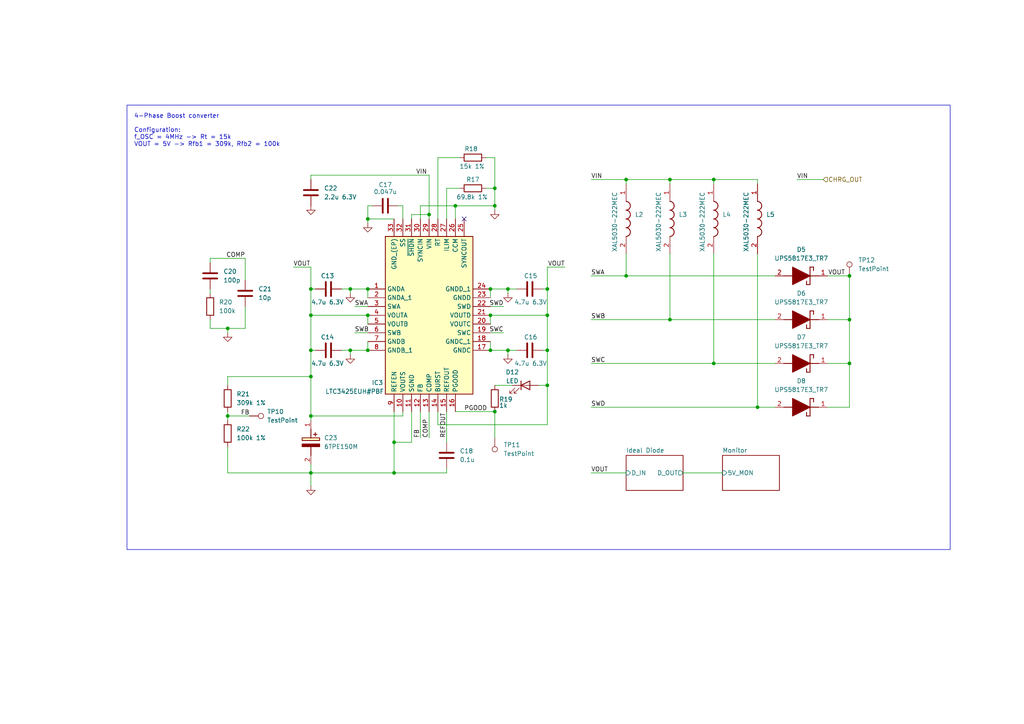
<source format=kicad_sch>
(kicad_sch (version 20250114) (generator "eeschema") (generator_version "9.0")
  (paper "A4")
  (lib_symbols
    (symbol "6TPE150M:6TPE150M" (pin_names (hide yes))
      (property "Reference" "C" (at 8.89 6.35 0))
      (property "Value" "6TPE150M" (at 8.89 3.81 0))
      (symbol "6TPE150M_1_1"
        (polyline (pts (xy 2.54 0) (xy 5.08 0)) (stroke (width 0.254)))
        (polyline (pts (xy 4.064 1.778) (xy 4.064 0.762)) (stroke (width 0.254)))
        (polyline (pts (xy 4.572 1.27) (xy 3.556 1.27)) (stroke (width 0.254)))
        (rectangle (start 5.08 2.54) (end 5.842 -2.54) (stroke (width 0.254)) (fill (type background)))
        (polyline (pts (xy 7.62 2.54) (xy 7.62 -2.54) (xy 6.858 -2.54) (xy 6.858 2.54) (xy 7.62 2.54)) (stroke (width 0.254)) (fill (type outline)))
        (polyline (pts (xy 7.62 0) (xy 10.16 0)) (stroke (width 0.254)))
        (pin passive line (at 0 0 0) (length 2.54) (name "+") (number "1"))
        (pin passive line (at 12.7 0 180) (length 2.54) (name "-") (number "2"))
      )
    )
    (symbol "Connector:TestPoint" (pin_numbers (hide yes)) (pin_names (offset 0.762) (hide yes))
      (property "Reference" "TP" (at 0 6.858 0))
      (property "Value" "TestPoint" (at 0 5.08 0))
      (symbol "TestPoint_0_1"
        (circle (center 0 3.302) (radius 0.762))
      )
      (symbol "TestPoint_1_1"
        (pin passive line (at 0 0 90) (length 2.54) (name "1") (number "1"))
      )
    )
    (symbol "Device:C" (pin_numbers (hide yes)) (pin_names (offset 0.254))
      (property "Reference" "C" (at 0.635 2.54 0))
      (property "Value" "C" (at 0.635 -2.54 0))
      (symbol "C_0_1"
        (polyline (pts (xy -2.032 0.762) (xy 2.032 0.762)) (stroke (width 0.508)))
        (polyline (pts (xy -2.032 -0.762) (xy 2.032 -0.762)) (stroke (width 0.508)))
      )
      (symbol "C_1_1"
        (pin passive line (at 0 3.81 270) (length 2.794) (name "~") (number "1"))
        (pin passive line (at 0 -3.81 90) (length 2.794) (name "~") (number "2"))
      )
    )
    (symbol "Device:LED" (pin_numbers (hide yes)) (pin_names (offset 1.016) (hide yes))
      (property "Reference" "D" (at 0 2.54 0))
      (property "Value" "LED" (at 0 -2.54 0))
      (symbol "LED_0_1"
        (polyline (pts (xy -3.048 -0.762) (xy -4.572 -2.286) (xy -3.81 -2.286) (xy -4.572 -2.286) (xy -4.572 -1.524)))
        (polyline (pts (xy -1.778 -0.762) (xy -3.302 -2.286) (xy -2.54 -2.286) (xy -3.302 -2.286) (xy -3.302 -1.524)))
        (polyline (pts (xy -1.27 0) (xy 1.27 0)))
        (polyline (pts (xy -1.27 -1.27) (xy -1.27 1.27)) (stroke (width 0.254)))
        (polyline (pts (xy 1.27 -1.27) (xy 1.27 1.27) (xy -1.27 0) (xy 1.27 -1.27)) (stroke (width 0.254)))
      )
      (symbol "LED_1_1"
        (pin passive line (at -3.81 0 0) (length 2.54) (name "K") (number "1"))
        (pin passive line (at 3.81 0 180) (length 2.54) (name "A") (number "2"))
      )
    )
    (symbol "Device:R" (pin_numbers (hide yes)) (pin_names (offset 0))
      (property "Reference" "R" (at 2.032 0 90))
      (property "Value" "R" (at 0 0 90))
      (symbol "R_0_1"
        (rectangle (start -1.016 -2.54) (end 1.016 2.54) (stroke (width 0.254)))
      )
      (symbol "R_1_1"
        (pin passive line (at 0 3.81 270) (length 1.27) (name "~") (number "1"))
        (pin passive line (at 0 -3.81 90) (length 1.27) (name "~") (number "2"))
      )
    )
    (symbol "LTC3425EUH#PBF:LTC3425EUH#PBF"
      (property "Reference" "IC" (at 31.75 20.32 0))
      (property "Value" "LTC3425EUH#PBF" (at 31.75 17.78 0))
      (symbol "LTC3425EUH#PBF_1_1"
        (rectangle (start 5.08 15.24) (end 30.48 -30.48) (stroke (width 0.254)) (fill (type background)))
        (pin power_in line (at 0 0 0) (length 5.08) (name "GNDA") (number "1"))
        (pin power_in line (at 0 -2.54 0) (length 5.08) (name "GNDA_1") (number "2"))
        (pin passive line (at 0 -5.08 0) (length 5.08) (name "SWA") (number "3"))
        (pin output line (at 0 -7.62 0) (length 5.08) (name "VOUTA") (number "4"))
        (pin output line (at 0 -10.16 0) (length 5.08) (name "VOUTB") (number "5"))
        (pin passive line (at 0 -12.7 0) (length 5.08) (name "SWB") (number "6"))
        (pin power_in line (at 0 -15.24 0) (length 5.08) (name "GNDB") (number "7"))
        (pin power_in line (at 0 -17.78 0) (length 5.08) (name "GNDB_1") (number "8"))
        (pin power_in line (at 7.62 20.32 270) (length 5.08) (name "GND_(EP)") (number "33"))
        (pin input line (at 7.62 -35.56 90) (length 5.08) (name "REFEN") (number "9"))
        (pin passive line (at 10.16 20.32 270) (length 5.08) (name "SS") (number "32"))
        (pin output line (at 10.16 -35.56 90) (length 5.08) (name "VOUTS") (number "10"))
        (pin passive line (at 12.7 20.32 270) (length 5.08) (name "~{SHDN}") (number "31"))
        (pin power_in line (at 12.7 -35.56 90) (length 5.08) (name "SGND") (number "11"))
        (pin input line (at 15.24 20.32 270) (length 5.08) (name "SYNCIN") (number "30"))
        (pin passive line (at 15.24 -35.56 90) (length 5.08) (name "FB") (number "12"))
        (pin input line (at 17.78 20.32 270) (length 5.08) (name "VIN") (number "29"))
        (pin output line (at 17.78 -35.56 90) (length 5.08) (name "COMP") (number "13"))
        (pin passive line (at 20.32 20.32 270) (length 5.08) (name "RT") (number "28"))
        (pin input line (at 20.32 -35.56 90) (length 5.08) (name "BURST") (number "14"))
        (pin passive line (at 22.86 20.32 270) (length 5.08) (name "ILIM") (number "27"))
        (pin output line (at 22.86 -35.56 90) (length 5.08) (name "REFOUT") (number "15"))
        (pin passive line (at 25.4 20.32 270) (length 5.08) (name "CCM") (number "26"))
        (pin output line (at 25.4 -35.56 90) (length 5.08) (name "PGOOD") (number "16"))
        (pin output line (at 27.94 20.32 270) (length 5.08) (name "SYNCOUT") (number "25"))
        (pin power_in line (at 35.56 0 180) (length 5.08) (name "GNDD_1") (number "24"))
        (pin power_in line (at 35.56 -2.54 180) (length 5.08) (name "GNDD") (number "23"))
        (pin passive line (at 35.56 -5.08 180) (length 5.08) (name "SWD") (number "22"))
        (pin output line (at 35.56 -7.62 180) (length 5.08) (name "VOUTD") (number "21"))
        (pin output line (at 35.56 -10.16 180) (length 5.08) (name "VOUTC") (number "20"))
        (pin passive line (at 35.56 -12.7 180) (length 5.08) (name "SWC") (number "19"))
        (pin power_in line (at 35.56 -15.24 180) (length 5.08) (name "GNDC_1") (number "18"))
        (pin power_in line (at 35.56 -17.78 180) (length 5.08) (name "GNDC") (number "17"))
      )
    )
    (symbol "UPS5817E3_TR7:UPS5817E3_TR7" (pin_names (hide yes))
      (property "Reference" "D" (at 12.7 8.89 0))
      (property "Value" "UPS5817E3_TR7" (at 12.7 6.35 0))
      (symbol "UPS5817E3_TR7_1_1"
        (polyline (pts (xy 5.08 0) (xy 7.62 0)) (stroke (width 0.254)))
        (polyline (pts (xy 6.604 -1.524) (xy 6.604 -2.54)) (stroke (width 0.254)))
        (polyline (pts (xy 7.62 2.54) (xy 7.62 -2.54)) (stroke (width 0.254)))
        (polyline (pts (xy 7.62 2.54) (xy 8.636 2.54)) (stroke (width 0.254)))
        (polyline (pts (xy 7.62 0) (xy 12.7 2.54) (xy 12.7 -2.54) (xy 7.62 0)) (stroke (width 0.254)) (fill (type outline)))
        (polyline (pts (xy 7.62 -2.54) (xy 6.604 -2.54)) (stroke (width 0.254)))
        (polyline (pts (xy 8.636 1.524) (xy 8.636 2.54)) (stroke (width 0.254)))
        (polyline (pts (xy 12.7 0) (xy 15.24 0)) (stroke (width 0.254)))
        (pin passive line (at 2.54 0 0) (length 2.54) (name "K") (number "1"))
        (pin passive line (at 17.78 0 180) (length 2.54) (name "A") (number "2"))
      )
    )
    (symbol "XAL5030-222MEC:XAL5030-222MEC" (pin_names (hide yes))
      (property "Reference" "L" (at 16.51 6.35 0))
      (property "Value" "XAL5030-222MEC" (at 16.51 3.81 0))
      (symbol "XAL5030-222MEC_1_1"
        (arc (start 5.08 0) (mid 6.35 1.219) (end 7.62 0) (stroke (width 0.254)))
        (arc (start 7.62 0) (mid 8.89 1.219) (end 10.16 0) (stroke (width 0.254)))
        (arc (start 10.16 0) (mid 11.43 1.219) (end 12.7 0) (stroke (width 0.254)))
        (arc (start 12.7 0) (mid 13.97 1.219) (end 15.24 0) (stroke (width 0.254)))
        (pin passive line (at 0 0 0) (length 5.08) (name "1") (number "1"))
        (pin passive line (at 20.32 0 180) (length 5.08) (name "2") (number "2"))
      )
    )
    (symbol "power:GND" (power) (pin_numbers (hide yes)) (pin_names (offset 0) (hide yes))
      (property "Value" "GND" (at 0 -3.81 0))
      (symbol "GND_0_1"
        (polyline (pts (xy 0 0) (xy 0 -1.27) (xy 1.27 -1.27) (xy 0 -2.54) (xy -1.27 -1.27) (xy 0 -1.27)))
      )
      (symbol "GND_1_1"
        (pin power_in line (at 0 0 270) (length 0) (name "~") (number "1"))
      )
    )
  )
  (rectangle (start 36.83 30.48) (end 275.59 159.385))
  (text "4-Phase Boost converter\n\nConfiguration:\nf_OSC = 4MHz -> Rt = 15k\nVOUT = 5V -> Rfb1 = 309k, Rfb2 = 100k" (at 38.862 37.846 0) (effects (font (size 1.27 1.27)) (justify left)))
  (junction (at 246.38 105.41))
  (junction (at 142.24 101.6))
  (junction (at 114.3 128.27))
  (junction (at 207.01 52.07))
  (junction (at 194.31 52.07))
  (junction (at 142.24 83.82))
  (junction (at 101.6 101.6))
  (junction (at 90.17 120.65))
  (junction (at 106.68 101.6))
  (junction (at 90.17 83.82))
  (junction (at 101.6 83.82))
  (junction (at 219.71 118.11))
  (junction (at 90.17 91.44))
  (junction (at 158.75 91.44))
  (junction (at 66.04 120.65))
  (junction (at 143.51 59.69))
  (junction (at 246.38 80.01))
  (junction (at 147.32 83.82))
  (junction (at 142.24 91.44))
  (junction (at 66.04 95.25))
  (junction (at 181.61 52.07))
  (junction (at 106.68 83.82))
  (junction (at 143.51 119.38))
  (junction (at 181.61 80.01))
  (junction (at 132.08 59.69))
  (junction (at 124.46 62.23))
  (junction (at 143.51 54.61))
  (junction (at 246.38 92.71))
  (junction (at 207.01 105.41))
  (junction (at 158.75 83.82))
  (junction (at 194.31 92.71))
  (junction (at 158.75 101.6))
  (junction (at 114.3 137.16))
  (junction (at 90.17 101.6))
  (junction (at 90.17 109.22))
  (junction (at 106.68 91.44))
  (junction (at 106.68 63.5))
  (junction (at 147.32 101.6))
  (junction (at 90.17 137.16))
  (junction (at 158.75 111.76))
  (no_connect (at 134.62 63.5))
  (wire (pts (xy 129.54 119.38) (xy 129.54 128.27)))
  (wire (pts (xy 66.04 120.65) (xy 66.04 121.92)))
  (wire (pts (xy 158.75 101.6) (xy 158.75 111.76)))
  (wire (pts (xy 158.75 91.44) (xy 142.24 91.44)))
  (wire (pts (xy 90.17 50.8) (xy 90.17 52.07)))
  (wire (pts (xy 102.87 96.52) (xy 106.68 96.52)))
  (wire (pts (xy 147.32 101.6) (xy 149.86 101.6)))
  (wire (pts (xy 129.54 63.5) (xy 129.54 54.61)))
  (wire (pts (xy 132.08 119.38) (xy 143.51 119.38)))
  (wire (pts (xy 119.38 63.5) (xy 119.38 62.23)))
  (wire (pts (xy 66.04 109.22) (xy 90.17 109.22)))
  (wire (pts (xy 198.12 137.16) (xy 209.55 137.16)))
  (wire (pts (xy 66.04 95.25) (xy 66.04 96.52)))
  (wire (pts (xy 99.06 101.6) (xy 101.6 101.6)))
  (wire (pts (xy 163.83 77.47) (xy 158.75 77.47)))
  (wire (pts (xy 106.68 83.82) (xy 106.68 86.36)))
  (wire (pts (xy 147.32 83.82) (xy 149.86 83.82)))
  (wire (pts (xy 194.31 73.66) (xy 194.31 92.71)))
  (wire (pts (xy 124.46 62.23) (xy 124.46 63.5)))
  (wire (pts (xy 181.61 80.01) (xy 224.79 80.01)))
  (wire (pts (xy 121.92 127) (xy 121.92 119.38)))
  (wire (pts (xy 146.05 96.52) (xy 142.24 96.52)))
  (wire (pts (xy 207.01 52.07) (xy 207.01 53.34)))
  (wire (pts (xy 101.6 101.6) (xy 101.6 102.87)))
  (wire (pts (xy 156.21 111.76) (xy 158.75 111.76)))
  (wire (pts (xy 127 123.19) (xy 158.75 123.19)))
  (wire (pts (xy 158.75 101.6) (xy 158.75 91.44)))
  (wire (pts (xy 171.45 80.01) (xy 181.61 80.01)))
  (wire (pts (xy 90.17 91.44) (xy 106.68 91.44)))
  (wire (pts (xy 171.45 92.71) (xy 194.31 92.71)))
  (wire (pts (xy 119.38 128.27) (xy 114.3 128.27)))
  (wire (pts (xy 121.92 59.69) (xy 132.08 59.69)))
  (wire (pts (xy 101.6 83.82) (xy 106.68 83.82)))
  (wire (pts (xy 127 119.38) (xy 127 123.19)))
  (wire (pts (xy 142.24 83.82) (xy 142.24 86.36)))
  (wire (pts (xy 116.84 120.65) (xy 116.84 119.38)))
  (wire (pts (xy 90.17 83.82) (xy 90.17 91.44)))
  (wire (pts (xy 171.45 137.16) (xy 181.61 137.16)))
  (wire (pts (xy 129.54 54.61) (xy 133.35 54.61)))
  (wire (pts (xy 116.84 63.5) (xy 116.84 59.69)))
  (wire (pts (xy 90.17 120.65) (xy 116.84 120.65)))
  (wire (pts (xy 71.12 74.93) (xy 60.96 74.93)))
  (wire (pts (xy 181.61 52.07) (xy 194.31 52.07)))
  (wire (pts (xy 90.17 83.82) (xy 91.44 83.82)))
  (wire (pts (xy 90.17 101.6) (xy 90.17 91.44)))
  (wire (pts (xy 219.71 52.07) (xy 219.71 53.34)))
  (wire (pts (xy 114.3 128.27) (xy 114.3 137.16)))
  (wire (pts (xy 147.32 101.6) (xy 147.32 102.87)))
  (wire (pts (xy 140.97 45.72) (xy 143.51 45.72)))
  (wire (pts (xy 143.51 45.72) (xy 143.51 54.61)))
  (wire (pts (xy 90.17 77.47) (xy 90.17 83.82)))
  (wire (pts (xy 231.14 52.07) (xy 238.76 52.07)))
  (wire (pts (xy 71.12 81.28) (xy 71.12 74.93)))
  (wire (pts (xy 114.3 137.16) (xy 129.54 137.16)))
  (wire (pts (xy 240.03 118.11) (xy 246.38 118.11)))
  (wire (pts (xy 106.68 99.06) (xy 106.68 101.6)))
  (wire (pts (xy 90.17 109.22) (xy 90.17 101.6)))
  (wire (pts (xy 207.01 52.07) (xy 219.71 52.07)))
  (wire (pts (xy 106.68 91.44) (xy 106.68 93.98)))
  (wire (pts (xy 106.68 59.69) (xy 106.68 63.5)))
  (wire (pts (xy 246.38 92.71) (xy 246.38 105.41)))
  (wire (pts (xy 158.75 77.47) (xy 158.75 83.82)))
  (wire (pts (xy 181.61 52.07) (xy 181.61 53.34)))
  (wire (pts (xy 219.71 118.11) (xy 224.79 118.11)))
  (wire (pts (xy 127 63.5) (xy 127 45.72)))
  (wire (pts (xy 90.17 140.97) (xy 90.17 137.16)))
  (wire (pts (xy 121.92 63.5) (xy 121.92 59.69)))
  (wire (pts (xy 143.51 60.96) (xy 143.51 59.69)))
  (wire (pts (xy 116.84 59.69) (xy 115.57 59.69)))
  (wire (pts (xy 207.01 105.41) (xy 224.79 105.41)))
  (wire (pts (xy 85.09 77.47) (xy 90.17 77.47)))
  (wire (pts (xy 114.3 63.5) (xy 106.68 63.5)))
  (wire (pts (xy 171.45 105.41) (xy 207.01 105.41)))
  (wire (pts (xy 99.06 83.82) (xy 101.6 83.82)))
  (wire (pts (xy 72.39 120.65) (xy 66.04 120.65)))
  (wire (pts (xy 181.61 73.66) (xy 181.61 80.01)))
  (wire (pts (xy 90.17 120.65) (xy 90.17 109.22)))
  (wire (pts (xy 60.96 74.93) (xy 60.96 76.2)))
  (wire (pts (xy 219.71 73.66) (xy 219.71 118.11)))
  (wire (pts (xy 119.38 62.23) (xy 124.46 62.23)))
  (wire (pts (xy 194.31 52.07) (xy 207.01 52.07)))
  (wire (pts (xy 142.24 91.44) (xy 142.24 93.98)))
  (wire (pts (xy 158.75 111.76) (xy 158.75 123.19)))
  (wire (pts (xy 171.45 52.07) (xy 181.61 52.07)))
  (wire (pts (xy 90.17 137.16) (xy 90.17 134.62)))
  (wire (pts (xy 140.97 54.61) (xy 143.51 54.61)))
  (wire (pts (xy 207.01 73.66) (xy 207.01 105.41)))
  (wire (pts (xy 246.38 80.01) (xy 246.38 92.71)))
  (wire (pts (xy 60.96 92.71) (xy 60.96 95.25)))
  (wire (pts (xy 101.6 101.6) (xy 106.68 101.6)))
  (wire (pts (xy 66.04 137.16) (xy 90.17 137.16)))
  (wire (pts (xy 240.03 92.71) (xy 246.38 92.71)))
  (wire (pts (xy 147.32 83.82) (xy 147.32 85.09)))
  (wire (pts (xy 194.31 92.71) (xy 224.79 92.71)))
  (wire (pts (xy 142.24 99.06) (xy 142.24 101.6)))
  (wire (pts (xy 101.6 83.82) (xy 101.6 85.09)))
  (wire (pts (xy 124.46 127) (xy 124.46 119.38)))
  (wire (pts (xy 157.48 83.82) (xy 158.75 83.82)))
  (wire (pts (xy 132.08 63.5) (xy 132.08 59.69)))
  (wire (pts (xy 90.17 120.65) (xy 90.17 121.92)))
  (wire (pts (xy 124.46 50.8) (xy 124.46 62.23)))
  (wire (pts (xy 143.51 111.76) (xy 148.59 111.76)))
  (wire (pts (xy 106.68 59.69) (xy 107.95 59.69)))
  (wire (pts (xy 66.04 119.38) (xy 66.04 120.65)))
  (wire (pts (xy 240.03 80.01) (xy 246.38 80.01)))
  (wire (pts (xy 106.68 63.5) (xy 106.68 64.77)))
  (wire (pts (xy 71.12 95.25) (xy 71.12 88.9)))
  (wire (pts (xy 158.75 83.82) (xy 158.75 91.44)))
  (wire (pts (xy 114.3 119.38) (xy 114.3 128.27)))
  (wire (pts (xy 124.46 50.8) (xy 90.17 50.8)))
  (wire (pts (xy 91.44 101.6) (xy 90.17 101.6)))
  (wire (pts (xy 66.04 109.22) (xy 66.04 111.76)))
  (wire (pts (xy 171.45 118.11) (xy 219.71 118.11)))
  (wire (pts (xy 60.96 83.82) (xy 60.96 85.09)))
  (wire (pts (xy 146.05 88.9) (xy 142.24 88.9)))
  (wire (pts (xy 60.96 95.25) (xy 66.04 95.25)))
  (wire (pts (xy 246.38 105.41) (xy 246.38 118.11)))
  (wire (pts (xy 143.51 54.61) (xy 143.51 59.69)))
  (wire (pts (xy 147.32 101.6) (xy 142.24 101.6)))
  (wire (pts (xy 114.3 137.16) (xy 90.17 137.16)))
  (wire (pts (xy 132.08 59.69) (xy 143.51 59.69)))
  (wire (pts (xy 119.38 119.38) (xy 119.38 128.27)))
  (wire (pts (xy 147.32 83.82) (xy 142.24 83.82)))
  (wire (pts (xy 143.51 119.38) (xy 143.51 127)))
  (wire (pts (xy 66.04 129.54) (xy 66.04 137.16)))
  (wire (pts (xy 102.87 88.9) (xy 106.68 88.9)))
  (wire (pts (xy 240.03 105.41) (xy 246.38 105.41)))
  (wire (pts (xy 157.48 101.6) (xy 158.75 101.6)))
  (wire (pts (xy 66.04 95.25) (xy 71.12 95.25)))
  (wire (pts (xy 127 45.72) (xy 133.35 45.72)))
  (wire (pts (xy 129.54 137.16) (xy 129.54 135.89)))
  (wire (pts (xy 194.31 52.07) (xy 194.31 53.34)))
  (label "SWD" (at 171.45 118.11 0))
  (label "VOUT" (at 85.09 77.47 0))
  (label "SWC" (at 171.45 105.41 0))
  (label "VIN" (at 171.45 52.07 0))
  (label "SWD" (at 146.05 88.9 180))
  (label "VOUT" (at 163.83 77.47 180))
  (label "SWB" (at 102.87 96.52 0))
  (label "COMP" (at 71.12 74.93 180))
  (label "VIN" (at 120.65 50.8 0))
  (label "VOUT" (at 245.11 80.01 180))
  (label "VIN" (at 231.14 52.07 0))
  (label "SWA" (at 171.45 80.01 0))
  (label "VOUT" (at 171.45 137.16 0))
  (label "REFOUT" (at 129.54 127 90))
  (label "FB" (at 121.92 127 90))
  (label "COMP" (at 124.46 127 90))
  (label "SWA" (at 102.87 88.9 0))
  (label "FB" (at 72.39 120.65 180))
  (label "SWB" (at 171.45 92.71 0))
  (label "SWC" (at 146.05 96.52 180))
  (label "PGOOD" (at 134.62 119.38 0))
  (hierarchical_label "CHRG_OUT" (shape input) (at 238.76 52.07 0))
  (symbol (lib_id "Device:R") (at 143.51 115.57 180) (unit 1)
    (property "Reference" "R19" (at 144.78 115.8241 0) (effects (justify right)))
    (property "Value" "1k" (at 144.78 117.602 0) (effects (justify right)))
    (property "Footprint" "Resistor_SMD:R_0603_1608Metric" (effects (hide yes)))
    (property "Description" "Resistor" (effects (hide yes)))
  )
  (symbol (lib_id "Device:R") (at 137.16 54.61 90) (unit 1)
    (property "Reference" "R17" (at 137.16 52.07 90))
    (property "Value" "69.8k 1%" (at 136.906 57.15 90))
    (property "Footprint" "Resistor_SMD:R_0402_1005Metric" (effects (hide yes)))
    (property "Description" "Resistor" (effects (hide yes)))
  )
  (symbol (lib_id "Connector:TestPoint") (at 246.38 80.01 0) (unit 1)
    (property "Reference" "TP12" (at 248.92 75.4379 0) (effects (justify left)))
    (property "Value" "TestPoint" (at 248.92 77.9779 0) (effects (justify left)))
    (property "Footprint" "TestPoint:TestPoint_THTPad_D1.5mm_Drill0.7mm" (effects (hide yes)))
    (property "Description" "test point" (effects (hide yes)))
  )
  (symbol (lib_id "XAL5030-222MEC:XAL5030-222MEC") (at 194.31 53.34 270) (unit 1)
    (property "Reference" "L3" (at 196.85 62.2299 90) (effects (justify left)))
    (property "Value" "XAL5030-222MEC" (at 191.008 55.626 0) (effects (justify left)))
    (property "Footprint" "XAL5030-222MEC:XAL5030222MEC" (effects (hide yes)))
    (property "Datasheet" "https://www.coilcraft.com/getmedia/49bc46c8-4b2c-45b9-9b6c-2eaa235ea698/xal50xx.pdf" (effects (hide yes)))
    (property "Description" "INDUCTOR, 2.2UH, 9.2A, 20%, PWR, 38MHZ" (effects (hide yes)))
    (property "Height" "3.1" (effects (hide yes)))
    (property "Mouser Part Number" "994-XAL5030-222MEC" (effects (hide yes)))
    (property "Mouser Price/Stock" "https://www.mouser.co.uk/ProductDetail/Coilcraft/XAL5030-222MEC?qs=zCSbvcPd3pamMZlPWCpd5A%3D%3D" (effects (hide yes)))
    (property "Manufacturer_Name" "COILCRAFT" (effects (hide yes)))
    (property "Manufacturer_Part_Number" "XAL5030-222MEC" (effects (hide yes)))
  )
  (symbol (lib_id "Connector:TestPoint") (at 143.51 127 180) (unit 1)
    (property "Reference" "TP11" (at 146.05 129.0319 0) (effects (justify right)))
    (property "Value" "TestPoint" (at 146.05 131.5719 0) (effects (justify right)))
    (property "Footprint" "TestPoint:TestPoint_THTPad_D1.5mm_Drill0.7mm" (effects (hide yes)))
    (property "Description" "test point" (effects (hide yes)))
  )
  (symbol (lib_id "power:GND") (at 90.17 140.97 0) (unit 1)
    (property "Reference" "#PWR038" (effects (hide yes)))
    (property "Value" "GND" (effects (hide yes)))
    (property "Description" "Power symbol creates a global label with name \"GND\" , ground" (effects (hide yes)))
  )
  (symbol (lib_id "Device:C") (at 95.25 101.6 90) (unit 1)
    (property "Reference" "C14" (at 94.996 97.79 90))
    (property "Value" "4.7u 6.3V" (at 94.996 105.41 90))
    (property "Footprint" "Capacitor_SMD:C_0805_2012Metric" (effects (hide yes)))
    (property "Description" "Unpolarized capacitor" (effects (hide yes)))
  )
  (symbol (lib_id "Device:C") (at 129.54 132.08 0) (unit 1)
    (property "Reference" "C18" (at 133.35 130.8099 0) (effects (justify left)))
    (property "Value" "0.1u" (at 133.35 133.3499 0) (effects (justify left)))
    (property "Footprint" "Capacitor_SMD:C_0402_1005Metric" (effects (hide yes)))
    (property "Description" "Unpolarized capacitor" (effects (hide yes)))
  )
  (symbol (lib_id "power:GND") (at 66.04 96.52 0) (unit 1)
    (property "Reference" "#PWR039" (effects (hide yes)))
    (property "Value" "GND" (effects (hide yes)))
    (property "Description" "Power symbol creates a global label with name \"GND\" , ground" (effects (hide yes)))
  )
  (symbol (lib_id "UPS5817E3_TR7:UPS5817E3_TR7") (at 242.57 80.01 180) (unit 1)
    (property "Reference" "D5" (at 232.41 72.39 0))
    (property "Value" "UPS5817E3_TR7" (at 232.41 74.93 0))
    (property "Footprint" "UPS5817E3_TR7:UPS5817E3TR7" (effects (hide yes)))
    (property "Datasheet" "https://www.arrow.com/en/products/ups5817e3tr7/microchip-technology?region=nac" (effects (hide yes)))
    (property "Description" "Diode Schottky 20 V 1A Surface Mount Powermite 1 (DO216-AA)" (effects (hide yes)))
    (property "Height" "1.14" (effects (hide yes)))
    (property "Mouser Part Number" "494-UPS5817E3/TR7" (effects (hide yes)))
    (property "Mouser Price/Stock" "https://www.mouser.co.uk/ProductDetail/Microchip-Technology/UPS5817E3-TR7?qs=6jAvgNDGUA%2F%2F%252BAAlvxLDyQ%3D%3D" (effects (hide yes)))
    (property "Manufacturer_Name" "Microchip" (effects (hide yes)))
    (property "Manufacturer_Part_Number" "UPS5817E3/TR7" (effects (hide yes)))
  )
  (symbol (lib_id "UPS5817E3_TR7:UPS5817E3_TR7") (at 242.57 92.71 180) (unit 1)
    (property "Reference" "D6" (at 232.41 85.09 0))
    (property "Value" "UPS5817E3_TR7" (at 232.41 87.63 0))
    (property "Footprint" "UPS5817E3_TR7:UPS5817E3TR7" (effects (hide yes)))
    (property "Datasheet" "https://www.arrow.com/en/products/ups5817e3tr7/microchip-technology?region=nac" (effects (hide yes)))
    (property "Description" "Diode Schottky 20 V 1A Surface Mount Powermite 1 (DO216-AA)" (effects (hide yes)))
    (property "Height" "1.14" (effects (hide yes)))
    (property "Mouser Part Number" "494-UPS5817E3/TR7" (effects (hide yes)))
    (property "Mouser Price/Stock" "https://www.mouser.co.uk/ProductDetail/Microchip-Technology/UPS5817E3-TR7?qs=6jAvgNDGUA%2F%2F%252BAAlvxLDyQ%3D%3D" (effects (hide yes)))
    (property "Manufacturer_Name" "Microchip" (effects (hide yes)))
    (property "Manufacturer_Part_Number" "UPS5817E3/TR7" (effects (hide yes)))
  )
  (symbol (lib_id "6TPE150M:6TPE150M") (at 90.17 121.92 270) (unit 1)
    (property "Reference" "C23" (at 93.98 126.9999 90) (effects (justify left)))
    (property "Value" "6TPE150M" (at 93.98 129.5399 90) (effects (justify left)))
    (property "Footprint" "6TPE150M:POSCAP_D12_D15_D15E_D2E_D2_D3L_D4" (effects (hide yes)))
    (property "Datasheet" "https://componentsearchengine.com/Datasheets/1/6TPE150M.pdf" (effects (hide yes)))
    (property "Description" "Panasonic 150uF SMD Solid Polymer Tantalum Capacitor, 6.3 V dc +/-20%, POSCAP Series" (effects (hide yes)))
    (property "Mouser Part Number" "667-6TPE150M" (effects (hide yes)))
    (property "Mouser Price/Stock" "https://www.mouser.com/Search/Refine.aspx?Keyword=667-6TPE150M" (effects (hide yes)))
    (property "Manufacturer_Name" "Panasonic" (effects (hide yes)))
    (property "Manufacturer_Part_Number" "6TPE150M" (effects (hide yes)))
  )
  (symbol (lib_id "Device:C") (at 111.76 59.69 90) (unit 1)
    (property "Reference" "C17" (at 111.76 53.594 90))
    (property "Value" "0.047u" (at 111.76 55.626 90))
    (property "Footprint" "Capacitor_SMD:C_0402_1005Metric" (effects (hide yes)))
    (property "Description" "Unpolarized capacitor" (effects (hide yes)))
  )
  (symbol (lib_id "power:GND") (at 106.68 64.77 0) (unit 1)
    (property "Reference" "#PWR035" (effects (hide yes)))
    (property "Value" "GND" (effects (hide yes)))
    (property "Description" "Power symbol creates a global label with name \"GND\" , ground" (effects (hide yes)))
  )
  (symbol (lib_id "power:GND") (at 101.6 85.09 0) (unit 1)
    (property "Reference" "#PWR030" (effects (hide yes)))
    (property "Value" "GND" (effects (hide yes)))
    (property "Description" "Power symbol creates a global label with name \"GND\" , ground" (effects (hide yes)))
  )
  (symbol (lib_id "power:GND") (at 143.51 60.96 0) (unit 1)
    (property "Reference" "#PWR028" (effects (hide yes)))
    (property "Value" "GND" (effects (hide yes)))
    (property "Description" "Power symbol creates a global label with name \"GND\" , ground" (effects (hide yes)))
  )
  (symbol (lib_id "XAL5030-222MEC:XAL5030-222MEC") (at 181.61 53.34 270) (unit 1)
    (property "Reference" "L2" (at 184.15 62.2299 90) (effects (justify left)))
    (property "Value" "XAL5030-222MEC" (at 178.308 55.626 0) (effects (justify left)))
    (property "Footprint" "XAL5030-222MEC:XAL5030222MEC" (effects (hide yes)))
    (property "Datasheet" "https://www.coilcraft.com/getmedia/49bc46c8-4b2c-45b9-9b6c-2eaa235ea698/xal50xx.pdf" (effects (hide yes)))
    (property "Description" "INDUCTOR, 2.2UH, 9.2A, 20%, PWR, 38MHZ" (effects (hide yes)))
    (property "Height" "3.1" (effects (hide yes)))
    (property "Mouser Part Number" "994-XAL5030-222MEC" (effects (hide yes)))
    (property "Mouser Price/Stock" "https://www.mouser.co.uk/ProductDetail/Coilcraft/XAL5030-222MEC?qs=zCSbvcPd3pamMZlPWCpd5A%3D%3D" (effects (hide yes)))
    (property "Manufacturer_Name" "COILCRAFT" (effects (hide yes)))
    (property "Manufacturer_Part_Number" "XAL5030-222MEC" (effects (hide yes)))
  )
  (symbol (lib_id "UPS5817E3_TR7:UPS5817E3_TR7") (at 242.57 118.11 180) (unit 1)
    (property "Reference" "D8" (at 232.41 110.49 0))
    (property "Value" "UPS5817E3_TR7" (at 232.41 113.03 0))
    (property "Footprint" "UPS5817E3_TR7:UPS5817E3TR7" (effects (hide yes)))
    (property "Datasheet" "https://www.arrow.com/en/products/ups5817e3tr7/microchip-technology?region=nac" (effects (hide yes)))
    (property "Description" "Diode Schottky 20 V 1A Surface Mount Powermite 1 (DO216-AA)" (effects (hide yes)))
    (property "Height" "1.14" (effects (hide yes)))
    (property "Mouser Part Number" "494-UPS5817E3/TR7" (effects (hide yes)))
    (property "Mouser Price/Stock" "https://www.mouser.co.uk/ProductDetail/Microchip-Technology/UPS5817E3-TR7?qs=6jAvgNDGUA%2F%2F%252BAAlvxLDyQ%3D%3D" (effects (hide yes)))
    (property "Manufacturer_Name" "Microchip" (effects (hide yes)))
    (property "Manufacturer_Part_Number" "UPS5817E3/TR7" (effects (hide yes)))
  )
  (symbol (lib_id "Device:R") (at 60.96 88.9 0) (unit 1)
    (property "Reference" "R20" (at 63.5 87.6299 0) (effects (justify left)))
    (property "Value" "100k" (at 63.5 90.1699 0) (effects (justify left)))
    (property "Footprint" "Resistor_SMD:R_0402_1005Metric" (effects (hide yes)))
    (property "Description" "Resistor" (effects (hide yes)))
  )
  (symbol (lib_id "Connector:TestPoint") (at 72.39 120.65 270) (unit 1)
    (property "Reference" "TP10" (at 77.47 119.3799 90) (effects (justify left)))
    (property "Value" "TestPoint" (at 77.47 121.9199 90) (effects (justify left)))
    (property "Footprint" "TestPoint:TestPoint_Pad_D1.0mm" (effects (hide yes)))
    (property "Description" "test point" (effects (hide yes)))
  )
  (symbol (lib_id "Device:C") (at 60.96 80.01 0) (unit 1)
    (property "Reference" "C20" (at 64.77 78.7399 0) (effects (justify left)))
    (property "Value" "100p" (at 64.77 81.2799 0) (effects (justify left)))
    (property "Footprint" "Capacitor_SMD:C_0402_1005Metric" (effects (hide yes)))
    (property "Description" "Unpolarized capacitor" (effects (hide yes)))
  )
  (symbol (lib_id "XAL5030-222MEC:XAL5030-222MEC") (at 219.71 53.34 270) (unit 1)
    (property "Reference" "L5" (at 222.25 62.2299 90) (effects (justify left)))
    (property "Value" "XAL5030-222MEC" (at 216.408 55.626 0) (effects (justify left)))
    (property "Footprint" "XAL5030-222MEC:XAL5030222MEC" (effects (hide yes)))
    (property "Datasheet" "https://www.coilcraft.com/getmedia/49bc46c8-4b2c-45b9-9b6c-2eaa235ea698/xal50xx.pdf" (effects (hide yes)))
    (property "Description" "INDUCTOR, 2.2UH, 9.2A, 20%, PWR, 38MHZ" (effects (hide yes)))
    (property "Height" "3.1" (effects (hide yes)))
    (property "Mouser Part Number" "994-XAL5030-222MEC" (effects (hide yes)))
    (property "Mouser Price/Stock" "https://www.mouser.co.uk/ProductDetail/Coilcraft/XAL5030-222MEC?qs=zCSbvcPd3pamMZlPWCpd5A%3D%3D" (effects (hide yes)))
    (property "Manufacturer_Name" "COILCRAFT" (effects (hide yes)))
    (property "Manufacturer_Part_Number" "XAL5030-222MEC" (effects (hide yes)))
  )
  (symbol (lib_id "Device:C") (at 90.17 55.88 0) (unit 1)
    (property "Reference" "C22" (at 93.98 54.6099 0) (effects (justify left)))
    (property "Value" "2.2u 6.3V" (at 93.98 57.1499 0) (effects (justify left)))
    (property "Footprint" "Capacitor_SMD:C_0603_1608Metric" (effects (hide yes)))
    (property "Description" "Unpolarized capacitor" (effects (hide yes)))
  )
  (symbol (lib_id "power:GND") (at 147.32 85.09 0) (mirror y) (unit 1)
    (property "Reference" "#PWR033" (effects (hide yes)))
    (property "Value" "GND" (effects (hide yes)))
    (property "Description" "Power symbol creates a global label with name \"GND\" , ground" (effects (hide yes)))
  )
  (symbol (lib_id "power:GND") (at 90.17 59.69 0) (unit 1)
    (property "Reference" "#PWR042" (effects (hide yes)))
    (property "Value" "GND" (effects (hide yes)))
    (property "Description" "Power symbol creates a global label with name \"GND\" , ground" (effects (hide yes)))
  )
  (symbol (lib_id "Device:C") (at 153.67 83.82 270) (mirror x) (unit 1)
    (property "Reference" "C15" (at 153.924 80.01 90))
    (property "Value" "4.7u 6.3V" (at 153.924 87.63 90))
    (property "Footprint" "Capacitor_SMD:C_0805_2012Metric" (effects (hide yes)))
    (property "Description" "Unpolarized capacitor" (effects (hide yes)))
  )
  (symbol (lib_id "LTC3425EUH#PBF:LTC3425EUH#PBF") (at 106.68 83.82 0) (unit 1)
    (property "Reference" "IC3" (at 109.474 110.998 0))
    (property "Value" "LTC3425EUH#PBF" (at 102.87 113.538 0))
    (property "Footprint" "LTC3425EUH#PBF:QFN50P500X500X80-33N-D" (effects (hide yes)))
    (property "Datasheet" "https://datasheet.datasheetarchive.com/originals/distributors/SFDatasheet-4/sf-00091855.pdf" (effects (hide yes)))
    (property "Description" "LTC3425 adj 5A sync SU dc-dc converter LTC3425EUH#PBF, Boost Converter, Step Up 3A Adjustable, 2.4  5.25 V, 2000 kHz, 32-Pin QFN EP" (effects (hide yes)))
    (property "Height" "0.8" (effects (hide yes)))
    (property "Mouser Part Number" "584-LTC3425EUH#PBF" (effects (hide yes)))
    (property "Mouser Price/Stock" "https://www.mouser.co.uk/ProductDetail/Analog-Devices-Linear-Technology/LTC3425EUHPBF?qs=hVkxg5c3xu9Pdj%252B87W%252BZ%2Fw%3D%3D" (effects (hide yes)))
    (property "Manufacturer_Name" "Analog Devices" (effects (hide yes)))
    (property "Manufacturer_Part_Number" "LTC3425EUH#PBF" (effects (hide yes)))
  )
  (symbol (lib_id "Device:C") (at 95.25 83.82 90) (unit 1)
    (property "Reference" "C13" (at 94.996 80.01 90))
    (property "Value" "4.7u 6.3V" (at 94.996 87.63 90))
    (property "Footprint" "Capacitor_SMD:C_0805_2012Metric" (effects (hide yes)))
    (property "Description" "Unpolarized capacitor" (effects (hide yes)))
  )
  (symbol (lib_id "XAL5030-222MEC:XAL5030-222MEC") (at 207.01 53.34 270) (unit 1)
    (property "Reference" "L4" (at 209.55 62.2299 90) (effects (justify left)))
    (property "Value" "XAL5030-222MEC" (at 203.708 55.626 0) (effects (justify left)))
    (property "Footprint" "XAL5030-222MEC:XAL5030222MEC" (effects (hide yes)))
    (property "Datasheet" "https://www.coilcraft.com/getmedia/49bc46c8-4b2c-45b9-9b6c-2eaa235ea698/xal50xx.pdf" (effects (hide yes)))
    (property "Description" "INDUCTOR, 2.2UH, 9.2A, 20%, PWR, 38MHZ" (effects (hide yes)))
    (property "Height" "3.1" (effects (hide yes)))
    (property "Mouser Part Number" "994-XAL5030-222MEC" (effects (hide yes)))
    (property "Mouser Price/Stock" "https://www.mouser.co.uk/ProductDetail/Coilcraft/XAL5030-222MEC?qs=zCSbvcPd3pamMZlPWCpd5A%3D%3D" (effects (hide yes)))
    (property "Manufacturer_Name" "COILCRAFT" (effects (hide yes)))
    (property "Manufacturer_Part_Number" "XAL5030-222MEC" (effects (hide yes)))
  )
  (symbol (lib_id "power:GND") (at 101.6 102.87 0) (unit 1)
    (property "Reference" "#PWR031" (effects (hide yes)))
    (property "Value" "GND" (effects (hide yes)))
    (property "Description" "Power symbol creates a global label with name \"GND\" , ground" (effects (hide yes)))
  )
  (symbol (lib_id "UPS5817E3_TR7:UPS5817E3_TR7") (at 242.57 105.41 180) (unit 1)
    (property "Reference" "D7" (at 232.41 97.79 0))
    (property "Value" "UPS5817E3_TR7" (at 232.41 100.33 0))
    (property "Footprint" "UPS5817E3_TR7:UPS5817E3TR7" (effects (hide yes)))
    (property "Datasheet" "https://www.arrow.com/en/products/ups5817e3tr7/microchip-technology?region=nac" (effects (hide yes)))
    (property "Description" "Diode Schottky 20 V 1A Surface Mount Powermite 1 (DO216-AA)" (effects (hide yes)))
    (property "Height" "1.14" (effects (hide yes)))
    (property "Mouser Part Number" "494-UPS5817E3/TR7" (effects (hide yes)))
    (property "Mouser Price/Stock" "https://www.mouser.co.uk/ProductDetail/Microchip-Technology/UPS5817E3-TR7?qs=6jAvgNDGUA%2F%2F%252BAAlvxLDyQ%3D%3D" (effects (hide yes)))
    (property "Manufacturer_Name" "Microchip" (effects (hide yes)))
    (property "Manufacturer_Part_Number" "UPS5817E3/TR7" (effects (hide yes)))
  )
  (symbol (lib_id "Device:R") (at 66.04 125.73 0) (unit 1)
    (property "Reference" "R22" (at 68.58 124.4599 0) (effects (justify left)))
    (property "Value" "100k 1%" (at 68.58 126.9999 0) (effects (justify left)))
    (property "Footprint" "Resistor_SMD:R_0402_1005Metric" (effects (hide yes)))
    (property "Description" "Resistor" (effects (hide yes)))
  )
  (symbol (lib_id "power:GND") (at 147.32 102.87 0) (mirror y) (unit 1)
    (property "Reference" "#PWR034" (effects (hide yes)))
    (property "Value" "GND" (effects (hide yes)))
    (property "Description" "Power symbol creates a global label with name \"GND\" , ground" (effects (hide yes)))
  )
  (symbol (lib_id "Device:C") (at 153.67 101.6 270) (mirror x) (unit 1)
    (property "Reference" "C16" (at 153.924 97.79 90))
    (property "Value" "4.7u 6.3V" (at 153.924 105.41 90))
    (property "Footprint" "Capacitor_SMD:C_0805_2012Metric" (effects (hide yes)))
    (property "Description" "Unpolarized capacitor" (effects (hide yes)))
  )
  (symbol (lib_id "Device:R") (at 137.16 45.72 90) (unit 1)
    (property "Reference" "R18" (at 136.652 43.18 90))
    (property "Value" "15k 1%" (at 136.906 48.26 90))
    (property "Footprint" "Resistor_SMD:R_0402_1005Metric" (effects (hide yes)))
    (property "Description" "Resistor" (effects (hide yes)))
  )
  (symbol (lib_id "Device:C") (at 71.12 85.09 0) (unit 1)
    (property "Reference" "C21" (at 74.93 83.8199 0) (effects (justify left)))
    (property "Value" "10p" (at 74.93 86.3599 0) (effects (justify left)))
    (property "Footprint" "Capacitor_SMD:C_0402_1005Metric" (effects (hide yes)))
    (property "Description" "Unpolarized capacitor" (effects (hide yes)))
  )
  (symbol (lib_id "Device:LED") (at 152.4 111.76 0) (unit 1)
    (property "Reference" "D12" (at 148.59 107.95 0))
    (property "Value" "LED" (at 148.59 110.49 0))
    (property "Footprint" "LED_SMD:LED_0603_1608Metric" (effects (hide yes)))
    (property "Description" "Light emitting diode" (effects (hide yes)))
    (property "Sim.Pins" "1=K 2=A" (effects (hide yes)))
  )
  (symbol (lib_id "Device:R") (at 66.04 115.57 0) (unit 1)
    (property "Reference" "R21" (at 68.58 114.2999 0) (effects (justify left)))
    (property "Value" "309k 1%" (at 68.58 116.8399 0) (effects (justify left)))
    (property "Footprint" "Resistor_SMD:R_0402_1005Metric" (effects (hide yes)))
    (property "Description" "Resistor" (effects (hide yes)))
  )
  (sheet (at 181.61 132.08) (size 16.51 10.16) (stroke (width 0.1524))
    (property "Sheetname" "Ideal Diode" (at 181.61 131.3684 0) (effects (justify left bottom)))
    (property "Sheetfile" "ideal_diode.kicad_sch" (effects (hide yes)))
    (pin "D_IN" input (at 181.61 137.16 180))
    (pin "D_OUT" output (at 198.12 137.16 0))
  )
  (sheet (at 209.55 132.08) (size 16.51 10.16) (stroke (width 0.1524))
    (property "Sheetname" "Monitor" (at 209.55 131.3684 0) (effects (justify left bottom)))
    (property "Sheetfile" "boost_monitor.kicad_sch" (effects (hide yes)))
    (pin "5V_MON" input (at 209.55 137.16 180))
  )
)
</source>
